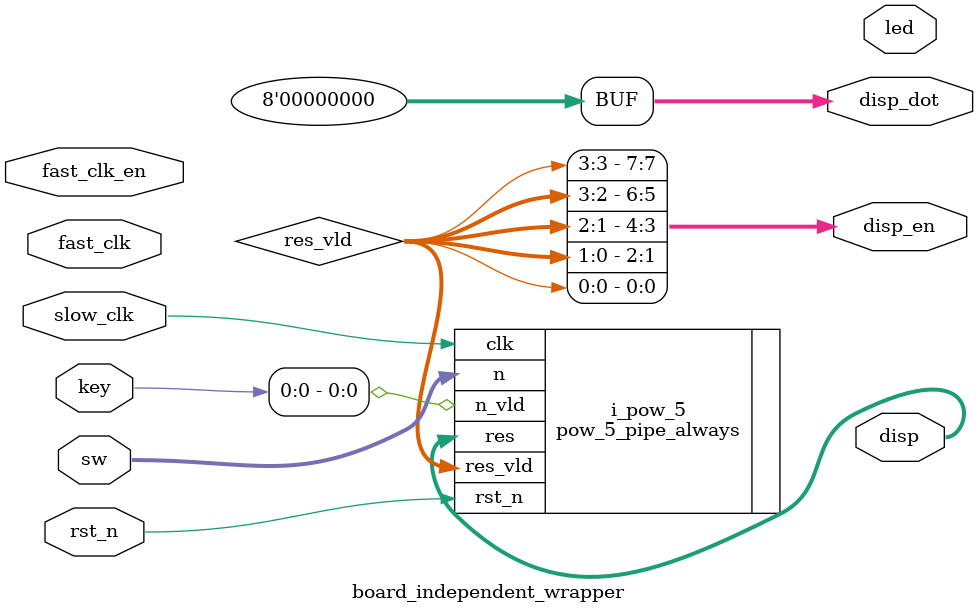
<source format=v>
module board_independent_wrapper
(
    input         fast_clk,
    input         slow_clk,
    input         rst_n,
    input         fast_clk_en,
    input  [ 3:0] key,
    input  [ 7:0] sw,
    output [ 7:0] led,
    output [ 7:0] disp_en,
    output [31:0] disp,
    output [ 7:0] disp_dot
);

    wire [3:0] res_vld;

    pow_5_pipe_always
    # (.w (8))
    i_pow_5
    (
        .clk     ( slow_clk    ),
        .rst_n   ( rst_n       ),
        .n_vld   ( key [0]     ),
        .n       ( sw          ),
        .res_vld ( res_vld     ),
        .res     ( disp [31:0] )
    );

    assign disp_en  =
    {
        res_vld [3], res_vld [3],
        res_vld [2], res_vld [2],
        res_vld [1], res_vld [1],
        res_vld [0], res_vld [0]
    };

    assign disp_dot = 8'b0;

endmodule

</source>
